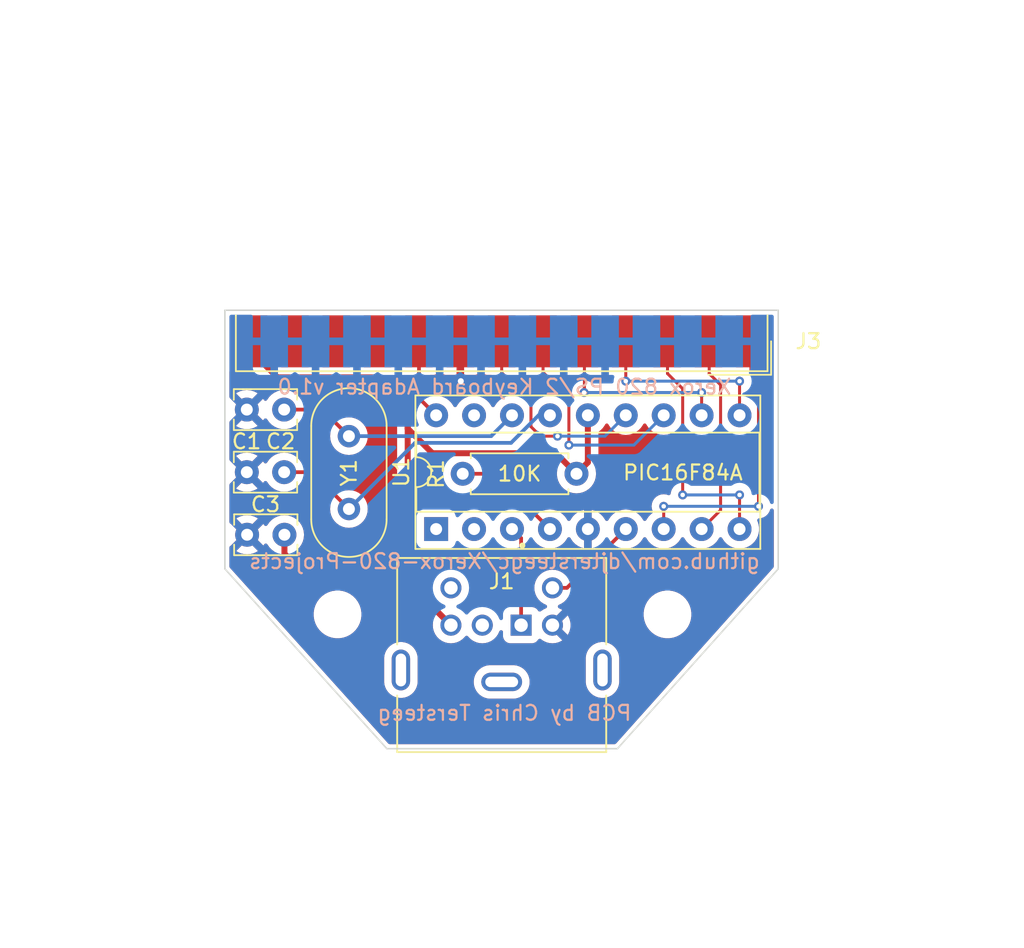
<source format=kicad_pcb>
(kicad_pcb (version 20240108) (generator "pcbnew") (generator_version "8.0")
  (title_block (title "Xerox 820 Parallel to PS2/2 Keyboard Adapter") (date "2025-01-12") (rev "v1.0") (company "Chris Tersteeg"))
  (layers (0 "F.Cu" signal) (31 "B.Cu" signal) (34 "B.Paste" user) (35 "F.Paste" user) (36 "B.SilkS" user "B.Silkscreen") (37 "F.SilkS" user "F.Silkscreen") (38 "B.Mask" user) (39 "F.Mask" user) (44 "Edge.Cuts" user))
  (net 0 "")
  (net 1 "GND")
  (net 2 "Net-(U1-OSC1{slash}CLKIN)")
  (net 3 "Net-(U1-OSC2{slash}CLKOUT)")
  (net 4 "/PS{slash}2 Data In")
  (net 6 "+5V")
  (net 7 "/PS{slash}2 Clock In")
  (net 9 "/BIT1")
  (net 10 "/BIT2")
  (net 11 "/BIT3")
  (net 12 "/BIT4")
  (net 13 "/BIT5")
  (net 14 "/BIT6")
  (net 15 "/BIT7")
  (net 16 "/{slash}STROBE")
  (net 20 "Net-(U1-~{MCLR})")
  (footprint "Capacitor_THT:C_Rect_L4.0mm_W2.5mm_P2.50mm" (layer "F.Cu") (at 146.05 104.394 180)
    (property "Reference" "C3" (at 1.27 2.032 0) (layer "F.SilkS"))
    (property "Value" "0.1uf")
    (fp_line (start 3.37 0.665) (end 3.37 1.37) (stroke (width 0.12)) (layer "F.SilkS"))
    (fp_line (start 3.37 -1.37) (end 3.37 -0.665) (stroke (width 0.12)) (layer "F.SilkS"))
    (fp_line (start -0.87 1.37) (end 3.37 1.37) (stroke (width 0.12)) (layer "F.SilkS"))
    (fp_line (start -0.87 0.665) (end -0.87 1.37) (stroke (width 0.12)) (layer "F.SilkS"))
    (fp_line (start -0.87 -1.37) (end 3.37 -1.37) (stroke (width 0.12)) (layer "F.SilkS"))
    (fp_line (start -0.87 -1.37) (end -0.87 -0.665) (stroke (width 0.12)) (layer "F.SilkS"))
    (pad "1" thru_hole circle (at 0 0 180) (size 1.6 1.6) (drill 0.8) (layers "*.Cu" "*.Mask") (net 6 "+5V"))
    (pad "2" thru_hole circle (at 2.5 0 180) (size 1.6 1.6) (drill 0.8) (layers "*.Cu" "*.Mask") (net 1 "GND"))
  )
  (footprint "Resistor_THT:R_Axial_DIN0207_L6.3mm_D2.5mm_P7.62mm_Horizontal" (layer "F.Cu") (at 165.608 100.31 180)
    (property "Reference" "R1" (at 9.398 -0.02 90) (layer "F.SilkS"))
    (property "Value" "10K" (at 3.81 0 0) (layer "F.SilkS"))
    (fp_line (start 7.08 1.37) (end 7.08 1.04) (stroke (width 0.12)) (layer "F.SilkS"))
    (fp_line (start 7.08 -1.37) (end 7.08 -1.04) (stroke (width 0.12)) (layer "F.SilkS"))
    (fp_line (start 0.54 1.37) (end 7.08 1.37) (stroke (width 0.12)) (layer "F.SilkS"))
    (fp_line (start 0.54 1.04) (end 0.54 1.37) (stroke (width 0.12)) (layer "F.SilkS"))
    (fp_line (start 0.54 -1.04) (end 0.54 -1.37) (stroke (width 0.12)) (layer "F.SilkS"))
    (fp_line (start 0.54 -1.37) (end 7.08 -1.37) (stroke (width 0.12)) (layer "F.SilkS"))
    (pad "1" thru_hole circle (at 0 0 180) (size 1.6 1.6) (drill 0.8) (layers "*.Cu" "*.Mask") (net 6 "+5V"))
    (pad "2" thru_hole oval (at 7.62 0 180) (size 1.6 1.6) (drill 0.8) (layers "*.Cu" "*.Mask") (net 20 "Net-(U1-~{MCLR})"))
  )
  (footprint "Capacitor_THT:C_Rect_L4.0mm_W2.5mm_P2.50mm" (layer "F.Cu") (at 143.53 96.012)
    (property "Reference" "C1" (at -0.02 2.1336 0) (layer "F.SilkS"))
    (property "Value" "22pf")
    (fp_line (start -0.87 -1.37) (end -0.87 -0.665) (stroke (width 0.12)) (layer "F.SilkS"))
    (fp_line (start -0.87 -1.37) (end 3.37 -1.37) (stroke (width 0.12)) (layer "F.SilkS"))
    (fp_line (start -0.87 0.665) (end -0.87 1.37) (stroke (width 0.12)) (layer "F.SilkS"))
    (fp_line (start -0.87 1.37) (end 3.37 1.37) (stroke (width 0.12)) (layer "F.SilkS"))
    (fp_line (start 3.37 -1.37) (end 3.37 -0.665) (stroke (width 0.12)) (layer "F.SilkS"))
    (fp_line (start 3.37 0.665) (end 3.37 1.37) (stroke (width 0.12)) (layer "F.SilkS"))
    (pad "1" thru_hole circle (at 0 0) (size 1.6 1.6) (drill 0.8) (layers "*.Cu" "*.Mask") (net 1 "GND"))
    (pad "2" thru_hole circle (at 2.5 0) (size 1.6 1.6) (drill 0.8) (layers "*.Cu" "*.Mask") (net 2 "Net-(U1-OSC1{slash}CLKIN)"))
  )
  (footprint "MountingHole:MountingHole_2.7mm_M2.5" (layer "F.Cu") (at 171.704 109.728)
    (property "Reference" "H2" (hide yes))
    (property "Value" "MountingHole" (hide yes))
    (pad "" np_thru_hole circle (at 0 0) (size 2.7 2.7) (drill 2.7) (layers "*.Cu" "*.Mask"))
  )
  (footprint "MountingHole:MountingHole_2.7mm_M2.5" (layer "F.Cu") (at 149.606 109.728)
    (property "Reference" "H1" (hide yes))
    (property "Value" "MountingHole" (hide yes))
    (pad "" np_thru_hole circle (at 0 0) (size 2.7 2.7) (drill 2.7) (layers "*.Cu" "*.Mask"))
  )
  (footprint "Connector_Dsub:DSUB-25_Male_EdgeMount_P2.77mm" (layer "F.Cu") (at 160.6 91.44 180)
    (property "Reference" "J3" (at -20.543333 0 0) (layer "F.SilkS"))
    (property "Value" "DB25_Plug")
    (fp_line (start 17.803333 1.74) (end 17.803333 -2) (stroke (width 0.12)) (layer "F.SilkS"))
    (fp_line (start 17.803333 -2) (end -17.803333 -2) (stroke (width 0.12)) (layer "F.SilkS"))
    (fp_line (start -17.803333 -2) (end -17.803333 1.74) (stroke (width 0.12)) (layer "F.SilkS"))
    (fp_line (start -18.043333 0) (end -18.043333 -2.24) (stroke (width 0.12)) (layer "F.SilkS"))
    (fp_line (start -18.043333 -2.24) (end -13.85 -2.24) (stroke (width 0.12)) (layer "F.SilkS"))
    (pad "1" smd rect (at -16.62 0 180) (size 1.846667 3.48) (layers "F.Cu" "F.Paste" "F.Mask") (net 9 "/BIT1"))
    (pad "2" smd rect (at -13.85 0 180) (size 1.846667 3.48) (layers "F.Cu" "F.Paste" "F.Mask") (net 10 "/BIT2"))
    (pad "3" smd rect (at -11.08 0 180) (size 1.846667 3.48) (layers "F.Cu" "F.Paste" "F.Mask") (net 11 "/BIT3"))
    (pad "4" smd rect (at -8.31 0 180) (size 1.846667 3.48) (layers "F.Cu" "F.Paste" "F.Mask") (net 12 "/BIT4"))
    (pad "5" smd rect (at -5.54 0 180) (size 1.846667 3.48) (layers "F.Cu" "F.Paste" "F.Mask") (net 13 "/BIT5"))
    (pad "6" smd rect (at -2.77 0 180) (size 1.846667 3.48) (layers "F.Cu" "F.Paste" "F.Mask") (net 14 "/BIT6"))
    (pad "7" smd rect (at 0 0 180) (size 1.846667 3.48) (layers "F.Cu" "F.Paste" "F.Mask") (net 15 "/BIT7"))
    (pad "8" smd rect (at 2.77 0 180) (size 1.846667 3.48) (layers "F.Cu" "F.Paste" "F.Mask") (net 1 "GND"))
    (pad "9" smd rect (at 5.54 0 180) (size 1.846667 3.48) (layers "F.Cu" "F.Paste" "F.Mask") (net 16 "/{slash}STROBE"))
    (pad "10" smd rect (at 8.31 0 180) (size 1.846667 3.48) (layers "F.Cu" "F.Paste" "F.Mask"))
    (pad "11" smd rect (at 11.08 0 180) (size 1.846667 3.48) (layers "F.Cu" "F.Paste" "F.Mask"))
    (pad "12" smd rect (at 13.85 0 180) (size 1.846667 3.48) (layers "F.Cu" "F.Paste" "F.Mask"))
    (pad "13" smd rect (at 16.62 0 180) (size 1.846667 3.48) (layers "F.Cu" "F.Paste" "F.Mask") (net 6 "+5V"))
    (pad "14" smd rect (at -15.235 0 180) (size 1.846667 3.48) (layers "B.Cu" "B.Paste" "B.Mask") (net 1 "GND"))
    (pad "15" smd rect (at -12.465 0 180) (size 1.846667 3.48) (layers "B.Cu" "B.Paste" "B.Mask") (net 1 "GND"))
    (pad "16" smd rect (at -9.695 0 180) (size 1.846667 3.48) (layers "B.Cu" "B.Paste" "B.Mask") (net 1 "GND"))
    (pad "17" smd rect (at -6.925 0 180) (size 1.846667 3.48) (layers "B.Cu" "B.Paste" "B.Mask") (net 1 "GND"))
    (pad "18" smd rect (at -4.155 0 180) (size 1.846667 3.48) (layers "B.Cu" "B.Paste" "B.Mask") (net 1 "GND"))
    (pad "19" smd rect (at -1.385 0 180) (size 1.846667 3.48) (layers "B.Cu" "B.Paste" "B.Mask") (net 1 "GND"))
    (pad "20" smd rect (at 1.385 0 180) (size 1.846667 3.48) (layers "B.Cu" "B.Paste" "B.Mask") (net 1 "GND"))
    (pad "21" smd rect (at 4.155 0 180) (size 1.846667 3.48) (layers "B.Cu" "B.Paste" "B.Mask") (net 1 "GND"))
    (pad "22" smd rect (at 6.925 0 180) (size 1.846667 3.48) (layers "B.Cu" "B.Paste" "B.Mask") (net 1 "GND"))
    (pad "23" smd rect (at 9.695 0 180) (size 1.846667 3.48) (layers "B.Cu" "B.Paste" "B.Mask") (net 1 "GND"))
    (pad "24" smd rect (at 12.465 0 180) (size 1.846667 3.48) (layers "B.Cu" "B.Paste" "B.Mask") (net 1 "GND"))
    (pad "25" smd rect (at 15.235 0 180) (size 1.846667 3.48) (layers "B.Cu" "B.Paste" "B.Mask") (net 1 "GND"))
  )
  (footprint "Package_DIP:DIP-18_W7.62mm_Socket" (layer "F.Cu") (at 156.21 104.013 90)
    (property "Reference" "U1" (at 3.81 -2.33 90) (layer "F.SilkS"))
    (property "Value" "PIC16F84A" (at 3.78 16.525 0) (layer "F.SilkS"))
    (fp_line (start 8.95 -1.39) (end -1.33 -1.39) (stroke (width 0.12)) (layer "F.SilkS"))
    (fp_line (start -1.33 -1.39) (end -1.33 21.71) (stroke (width 0.12)) (layer "F.SilkS"))
    (fp_line (start 6.46 -1.33) (end 4.81 -1.33) (stroke (width 0.12)) (layer "F.SilkS"))
    (fp_line (start 2.81 -1.33) (end 1.16 -1.33) (stroke (width 0.12)) (layer "F.SilkS"))
    (fp_line (start 1.16 -1.33) (end 1.16 21.65) (stroke (width 0.12)) (layer "F.SilkS"))
    (fp_line (start 6.46 21.65) (end 6.46 -1.33) (stroke (width 0.12)) (layer "F.SilkS"))
    (fp_line (start 1.16 21.65) (end 6.46 21.65) (stroke (width 0.12)) (layer "F.SilkS"))
    (fp_line (start 8.95 21.71) (end 8.95 -1.39) (stroke (width 0.12)) (layer "F.SilkS"))
    (fp_line (start -1.33 21.71) (end 8.95 21.71) (stroke (width 0.12)) (layer "F.SilkS"))
    (fp_arc (start 4.81 -1.33) (mid 3.81 -0.33) (end 2.81 -1.33) (stroke (width 0.12)) (layer "F.SilkS"))
    (pad "1" thru_hole rect (at 0 0 90) (size 1.6 1.6) (drill 0.8) (layers "*.Cu" "*.Mask"))
    (pad "2" thru_hole oval (at 0 2.54 90) (size 1.6 1.6) (drill 0.8) (layers "*.Cu" "*.Mask"))
    (pad "3" thru_hole oval (at 0 5.08 90) (size 1.6 1.6) (drill 0.8) (layers "*.Cu" "*.Mask") (net 4 "/PS{slash}2 Data In"))
    (pad "4" thru_hole oval (at 0 7.62 90) (size 1.6 1.6) (drill 0.8) (layers "*.Cu" "*.Mask") (net 20 "Net-(U1-~{MCLR})"))
    (pad "5" thru_hole oval (at 0 10.16 90) (size 1.6 1.6) (drill 0.8) (layers "*.Cu" "*.Mask") (net 1 "GND"))
    (pad "6" thru_hole oval (at 0 12.7 90) (size 1.6 1.6) (drill 0.8) (layers "*.Cu" "*.Mask") (net 7 "/PS{slash}2 Clock In"))
    (pad "7" thru_hole oval (at 0 15.24 90) (size 1.6 1.6) (drill 0.8) (layers "*.Cu" "*.Mask") (net 9 "/BIT1"))
    (pad "8" thru_hole oval (at 0 17.78 90) (size 1.6 1.6) (drill 0.8) (layers "*.Cu" "*.Mask") (net 10 "/BIT2"))
    (pad "9" thru_hole oval (at 0 20.32 90) (size 1.6 1.6) (drill 0.8) (layers "*.Cu" "*.Mask") (net 11 "/BIT3"))
    (pad "10" thru_hole oval (at 7.62 20.32 90) (size 1.6 1.6) (drill 0.8) (layers "*.Cu" "*.Mask") (net 12 "/BIT4"))
    (pad "11" thru_hole oval (at 7.62 17.78 90) (size 1.6 1.6) (drill 0.8) (layers "*.Cu" "*.Mask") (net 13 "/BIT5"))
    (pad "12" thru_hole oval (at 7.62 15.24 90) (size 1.6 1.6) (drill 0.8) (layers "*.Cu" "*.Mask") (net 14 "/BIT6"))
    (pad "13" thru_hole oval (at 7.62 12.7 90) (size 1.6 1.6) (drill 0.8) (layers "*.Cu" "*.Mask") (net 15 "/BIT7"))
    (pad "14" thru_hole oval (at 7.62 10.16 90) (size 1.6 1.6) (drill 0.8) (layers "*.Cu" "*.Mask") (net 6 "+5V"))
    (pad "15" thru_hole oval (at 7.62 7.62 90) (size 1.6 1.6) (drill 0.8) (layers "*.Cu" "*.Mask") (net 3 "Net-(U1-OSC2{slash}CLKOUT)"))
    (pad "16" thru_hole oval (at 7.62 5.08 90) (size 1.6 1.6) (drill 0.8) (layers "*.Cu" "*.Mask") (net 2 "Net-(U1-OSC1{slash}CLKIN)"))
    (pad "17" thru_hole oval (at 7.62 2.54 90) (size 1.6 1.6) (drill 0.8) (layers "*.Cu" "*.Mask"))
    (pad "18" thru_hole oval (at 7.62 0 90) (size 1.6 1.6) (drill 0.8) (layers "*.Cu" "*.Mask") (net 16 "/{slash}STROBE"))
  )
  (footprint "Crystal:Crystal_HC49-U_Vertical" (layer "F.Cu") (at 150.368 97.79 -90)
    (property "Reference" "Y1" (at 2.45 0 90) (layer "F.SilkS"))
    (property "Value" "4 MHz")
    (fp_line (start -0.685 2.525) (end 5.565 2.525) (stroke (width 0.12)) (layer "F.SilkS"))
    (fp_line (start -0.685 -2.525) (end 5.565 -2.525) (stroke (width 0.12)) (layer "F.SilkS"))
    (fp_arc (start -0.685 2.525) (mid -3.21 0) (end -0.685 -2.525) (stroke (width 0.12)) (layer "F.SilkS"))
    (fp_arc (start 5.565 -2.525) (mid 8.09 0) (end 5.565 2.525) (stroke (width 0.12)) (layer "F.SilkS"))
    (pad "1" thru_hole circle (at 0 0 270) (size 1.5 1.5) (drill 0.8) (layers "*.Cu" "*.Mask") (net 2 "Net-(U1-OSC1{slash}CLKIN)"))
    (pad "2" thru_hole circle (at 4.88 0 270) (size 1.5 1.5) (drill 0.8) (layers "*.Cu" "*.Mask") (net 3 "Net-(U1-OSC2{slash}CLKOUT)"))
  )
  (footprint "SnapEDA Library:CUI_MD-60SM" (layer "F.Cu") (at 160.6 114.25)
    (property "Reference" "J1" (at 0 -6.731 0) (layer "F.SilkS"))
    (property "Value" "PS/2 Keyboard Mini DIN 6")
    (fp_line (start -7 -8.3) (end 7 -8.3) (stroke (width 0.127)) (layer "F.SilkS"))
    (fp_line (start -7 -2.515) (end -7 -8.3) (stroke (width 0.127)) (layer "F.SilkS"))
    (fp_line (start -7 4.7) (end -7 0.915) (stroke (width 0.127)) (layer "F.SilkS"))
    (fp_line (start 7 -8.3) (end 7 -2.515) (stroke (width 0.127)) (layer "F.SilkS"))
    (fp_line (start 7 4.7) (end -7 4.7) (stroke (width 0.127)) (layer "F.SilkS"))
    (fp_line (start 7 4.7) (end 7 0.915) (stroke (width 0.127)) (layer "F.SilkS"))
    (fp_circle (center 1.384 -9.134) (end 1.484 -9.134) (stroke (width 0.2)) (fill none) (layer "F.SilkS"))
    (pad "1" thru_hole rect (at 1.3 -3.8) (size 1.408 1.408) (drill 0.9) (layers "*.Cu" "*.Mask") (net 4 "/PS{slash}2 Data In"))
    (pad "2" thru_hole circle (at -1.3 -3.8) (size 1.408 1.408) (drill 0.9) (layers "*.Cu" "*.Mask"))
    (pad "3" thru_hole circle (at 3.4 -3.8) (size 1.408 1.408) (drill 0.9) (layers "*.Cu" "*.Mask") (net 1 "GND"))
    (pad "4" thru_hole circle (at -3.4 -3.8) (size 1.408 1.408) (drill 0.9) (layers "*.Cu" "*.Mask") (net 6 "+5V"))
    (pad "5" thru_hole circle (at 3.4 -6.3) (size 1.408 1.408) (drill 0.9) (layers "*.Cu" "*.Mask") (net 7 "/PS{slash}2 Clock In"))
    (pad "6" thru_hole circle (at -3.4 -6.3) (size 1.408 1.408) (drill 0.9) (layers "*.Cu" "*.Mask"))
    (pad "S1" thru_hole oval (at 0 0) (size 2.73 1.23) (drill oval 2.2 0.7) (layers "*.Cu" "*.Mask"))
    (pad "S2" thru_hole oval (at -6.75 -0.8) (size 1.23 2.73) (drill oval 0.7 2.2) (layers "*.Cu" "*.Mask"))
    (pad "S3" thru_hole oval (at 6.75 -0.8) (size 1.23 2.73) (drill oval 0.7 2.2) (layers "*.Cu" "*.Mask"))
  )
  (footprint "Capacitor_THT:C_Rect_L4.0mm_W2.5mm_P2.50mm" (layer "F.Cu") (at 143.53 100.203)
    (property "Reference" "C2" (at 2.266 -2.0574 0) (layer "F.SilkS"))
    (property "Value" "22pf")
    (fp_line (start -0.87 -1.37) (end -0.87 -0.665) (stroke (width 0.12)) (layer "F.SilkS"))
    (fp_line (start -0.87 -1.37) (end 3.37 -1.37) (stroke (width 0.12)) (layer "F.SilkS"))
    (fp_line (start -0.87 0.665) (end -0.87 1.37) (stroke (width 0.12)) (layer "F.SilkS"))
    (fp_line (start -0.87 1.37) (end 3.37 1.37) (stroke (width 0.12)) (layer "F.SilkS"))
    (fp_line (start 3.37 -1.37) (end 3.37 -0.665) (stroke (width 0.12)) (layer "F.SilkS"))
    (fp_line (start 3.37 0.665) (end 3.37 1.37) (stroke (width 0.12)) (layer "F.SilkS"))
    (pad "1" thru_hole circle (at 0 0) (size 1.6 1.6) (drill 0.8) (layers "*.Cu" "*.Mask") (net 1 "GND"))
    (pad "2" thru_hole circle (at 2.5 0) (size 1.6 1.6) (drill 0.8) (layers "*.Cu" "*.Mask") (net 3 "Net-(U1-OSC2{slash}CLKOUT)"))
  )
  (gr_line (start 142.0622 106.68) (end 152.908 118.7196) (stroke (width 0.1)) (layer "Edge.Cuts"))
  (gr_line (start 179.1208 89.3572) (end 179.1208 106.68) (stroke (width 0.1)) (layer "Edge.Cuts"))
  (gr_line (start 152.908 118.7196) (end 168.3512 118.7196) (stroke (width 0.1)) (layer "Edge.Cuts"))
  (gr_line (start 179.1208 106.68) (end 168.3512 118.7196) (stroke (width 0.1)) (layer "Edge.Cuts"))
  (gr_line (start 142.0622 106.68) (end 142.0622 89.3572) (stroke (width 0.1)) (layer "Edge.Cuts"))
  (gr_line (start 142.0622 89.3572) (end 179.1208 89.3572) (stroke (width 0.1)) (layer "Edge.Cuts"))
  (gr_text "PCB by Chris Tersteeg" (at 160.782 116.332 0) (layer "B.SilkS") (effects (font (size 1 1)) (justify mirror)))
  (gr_text "Xerox 820 PS/2 Keyboard Adapter v1.0" (at 160.782 94.488 0) (layer "B.SilkS") (effects (font (size 1 1)) (justify mirror)))
  (gr_text "github.com/djtersteegc/Xerox-820-Projects" (at 160.782 106.172 0) (layer "B.SilkS") (effects (font (size 1 1)) (justify mirror)))
  (via (at 157.861 94.107) (size 0.8) (drill 0.4) (layers "F.Cu" "B.Cu") (net 1))
  (segment (start 146.03 96.012) (end 148.59 96.012) (width 0.25) (layer "F.Cu") (net 2))
  (segment (start 148.59 96.012) (end 150.368 97.79) (width 0.25) (layer "F.Cu") (net 2))
  (segment (start 159.893 97.79) (end 161.29 96.393) (width 0.25) (layer "B.Cu") (net 2))
  (segment (start 150.368 97.79) (end 159.893 97.79) (width 0.25) (layer "B.Cu") (net 2))
  (segment (start 146.03 100.203) (end 147.901 100.203) (width 0.25) (layer "F.Cu") (net 3))
  (segment (start 147.901 100.203) (end 150.368 102.67) (width 0.25) (layer "F.Cu") (net 3))
  (segment (start 154.798 98.24) (end 161.226116 98.24) (width 0.25) (layer "B.Cu") (net 3))
  (segment (start 150.368 102.67) (end 154.798 98.24) (width 0.25) (layer "B.Cu") (net 3))
  (segment (start 163.073116 96.393) (end 163.83 96.393) (width 0.25) (layer "B.Cu") (net 3))
  (segment (start 161.226116 98.24) (end 163.073116 96.393) (width 0.25) (layer "B.Cu") (net 3))
  (segment (start 161.9 104.623) (end 161.29 104.013) (width 0.25) (layer "F.Cu") (net 4))
  (segment (start 161.9 110.45) (end 161.9 104.623) (width 0.25) (layer "F.Cu") (net 4))
  (segment (start 147.066 106.68) (end 153.43 106.68) (width 0.4) (layer "F.Cu") (net 6))
  (segment (start 153.43 106.68) (end 157.2 110.45) (width 0.4) (layer "F.Cu") (net 6))
  (segment (start 154.305 96.012) (end 154.305 97.028) (width 0.4) (layer "F.Cu") (net 6))
  (segment (start 164.231 98.933) (end 165.608 100.31) (width 0.4) (layer "F.Cu") (net 6))
  (segment (start 146.05 105.664) (end 147.066 106.68) (width 0.4) (layer "F.Cu") (net 6))
  (segment (start 157.2 110.45) (end 154.305 107.555) (width 0.4) (layer "F.Cu") (net 6))
  (segment (start 154.305 107.555) (end 154.305 97.028) (width 0.4) (layer "F.Cu") (net 6))
  (segment (start 155.956 98.933) (end 164.231 98.933) (width 0.4) (layer "F.Cu") (net 6))
  (segment (start 145.576333 93.853) (end 152.146 93.853) (width 0.4) (layer "F.Cu") (net 6))
  (segment (start 143.98 92.256667) (end 145.576333 93.853) (width 0.4) (layer "F.Cu") (net 6))
  (segment (start 166.37 99.548) (end 166.37 96.393) (width 0.4) (layer "F.Cu") (net 6))
  (segment (start 152.146 93.853) (end 154.305 96.012) (width 0.4) (layer "F.Cu") (net 6))
  (segment (start 154.305 97.028) (end 154.305 97.282) (width 0.4) (layer "F.Cu") (net 6))
  (segment (start 146.05 104.394) (end 146.05 105.664) (width 0.4) (layer "F.Cu") (net 6))
  (segment (start 165.608 100.31) (end 166.37 99.548) (width 0.4) (layer "F.Cu") (net 6))
  (segment (start 154.305 97.282) (end 155.956 98.933) (width 0.4) (layer "F.Cu") (net 6))
  (segment (start 164.973 107.95) (end 168.91 104.013) (width 0.25) (layer "F.Cu") (net 7))
  (segment (start 164 107.95) (end 164.973 107.95) (width 0.25) (layer "F.Cu") (net 7))
  (segment (start 171.45 104.013) (end 171.45 102.489) (width 0.2) (layer "F.Cu") (net 9))
  (segment (start 177.8 94.107) (end 177.292 93.599) (width 0.2) (layer "F.Cu") (net 9))
  (segment (start 177.8 102.489) (end 177.8 94.107) (width 0.2) (layer "F.Cu") (net 9))
  (segment (start 177.292 93.599) (end 177.292 91.512) (width 0.2) (layer "F.Cu") (net 9))
  (via (at 171.45 102.489) (size 0.6) (drill 0.3) (layers "F.Cu" "B.Cu") (net 9))
  (via (at 177.8 102.489) (size 0.6) (drill 0.3) (layers "F.Cu" "B.Cu") (net 9))
  (segment (start 171.45 102.489) (end 177.8 102.489) (width 0.2) (layer "B.Cu") (net 9))
  (segment (start 173.99 104.013) (end 175.26 102.743) (width 0.2) (layer "F.Cu") (net 10))
  (segment (start 175.26 94.361) (end 174.498 93.599) (width 0.2) (layer "F.Cu") (net 10))
  (segment (start 174.498 93.599) (end 174.498 91.488) (width 0.2) (layer "F.Cu") (net 10))
  (segment (start 175.26 102.743) (end 175.26 94.361) (width 0.2) (layer "F.Cu") (net 10))
  (segment (start 172.72 101.727) (end 172.72 94.615) (width 0.2) (layer "F.Cu") (net 11))
  (segment (start 171.704 93.599) (end 171.704 91.464) (width 0.2) (layer "F.Cu") (net 11))
  (segment (start 176.53 104.013) (end 176.53 101.727) (width 0.2) (layer "F.Cu") (net 11))
  (segment (start 172.72 94.615) (end 171.704 93.599) (width 0.2) (layer "F.Cu") (net 11))
  (via (at 172.72 101.727) (size 0.6) (drill 0.3) (layers "F.Cu" "B.Cu") (net 11))
  (via (at 176.53 101.727) (size 0.6) (drill 0.3) (layers "F.Cu" "B.Cu") (net 11))
  (segment (start 176.53 101.727) (end 172.72 101.727) (width 0.2) (layer "B.Cu") (net 11))
  (segment (start 176.53 96.393) (end 176.53 94.107) (width 0.2) (layer "F.Cu") (net 12))
  (segment (start 168.91 94.107) (end 168.91 91.44) (width 0.2) (layer "F.Cu") (net 12))
  (via (at 176.53 94.107) (size 0.6) (drill 0.3) (layers "F.Cu" "B.Cu") (net 12))
  (via (at 168.91 94.107) (size 0.6) (drill 0.3) (layers "F.Cu" "B.Cu") (net 12))
  (segment (start 176.53 94.107) (end 168.91 94.107) (width 0.2) (layer "B.Cu") (net 12))
  (segment (start 166.116 94.615) (end 166.14 94.591) (width 0.2) (layer "F.Cu") (net 13))
  (segment (start 173.99 96.393) (end 173.99 94.869) (width 0.2) (layer "F.Cu") (net 13))
  (segment (start 166.116 94.869) (end 166.116 94.615) (width 0.2) (layer "F.Cu") (net 13))
  (segment (start 166.14 94.591) (end 166.14 91.44) (width 0.2) (layer "F.Cu") (net 13))
  (via (at 173.99 94.869) (size 0.6) (drill 0.3) (layers "F.Cu" "B.Cu") (net 13))
  (via (at 166.116 94.869) (size 0.6) (drill 0.3) (layers "F.Cu" "B.Cu") (net 13))
  (segment (start 173.99 94.869) (end 166.116 94.869) (width 0.2) (layer "B.Cu") (net 13))
  (segment (start 165.1 95.25) (end 163.37 93.52) (width 0.2) (layer "F.Cu") (net 14))
  (segment (start 165.1 98.39) (end 165.1 95.25) (width 0.2) (layer "F.Cu") (net 14))
  (segment (start 163.37 93.52) (end 163.37 91.44) (width 0.2) (layer "F.Cu") (net 14))
  (via (at 165.1 98.39) (size 0.6) (drill 0.3) (layers "F.Cu" "B.Cu") (net 14))
  (segment (start 171.45 96.393) (end 169.453 98.39) (width 0.2) (layer "B.Cu") (net 14))
  (segment (start 169.453 98.39) (end 165.1 98.39) (width 0.2) (layer "B.Cu") (net 14))
  (segment (start 162.56 95.504) (end 160.6 93.544) (width 0.2) (layer "F.Cu") (net 15))
  (segment (start 160.6 93.544) (end 160.6 91.44) (width 0.2) (layer "F.Cu") (net 15))
  (segment (start 163.195 97.79) (end 162.56 97.155) (width 0.2) (layer "F.Cu") (net 15))
  (segment (start 162.56 97.155) (end 162.56 95.504) (width 0.2) (layer "F.Cu") (net 15))
  (segment (start 164.338 97.79) (end 163.195 97.79) (width 0.2) (layer "F.Cu") (net 15))
  (via (at 164.338 97.79) (size 0.6) (drill 0.3) (layers "F.Cu" "B.Cu") (net 15))
  (segment (start 164.338 97.79) (end 167.513 97.79) (width 0.2) (layer "B.Cu") (net 15))
  (segment (start 167.513 97.79) (end 168.91 96.393) (width 0.2) (layer "B.Cu") (net 15))
  (segment (start 155.06 91.44) (end 155.06 95.243) (width 0.25) (layer "F.Cu") (net 16))
  (segment (start 155.06 95.243) (end 156.21 96.393) (width 0.25) (layer "F.Cu") (net 16))
  (segment (start 160.127 100.31) (end 157.988 100.31) (width 0.25) (layer "F.Cu") (net 20))
  (segment (start 163.83 104.013) (end 160.127 100.31) (width 0.25) (layer "F.Cu") (net 20))
  (zone (net 1) (net_name "GND") (layers "F&B.Cu") (connect_pads (clearance 0.508)) (min_thickness 0.254) (fill yes (thermal_gap 0.508) (thermal_bridge_width 0.508))
    (polygon (pts (xy 195.58 132.08) (xy 127 132.08) (xy 127 68.58) (xy 195.58 68.58)))
  )
)
</source>
